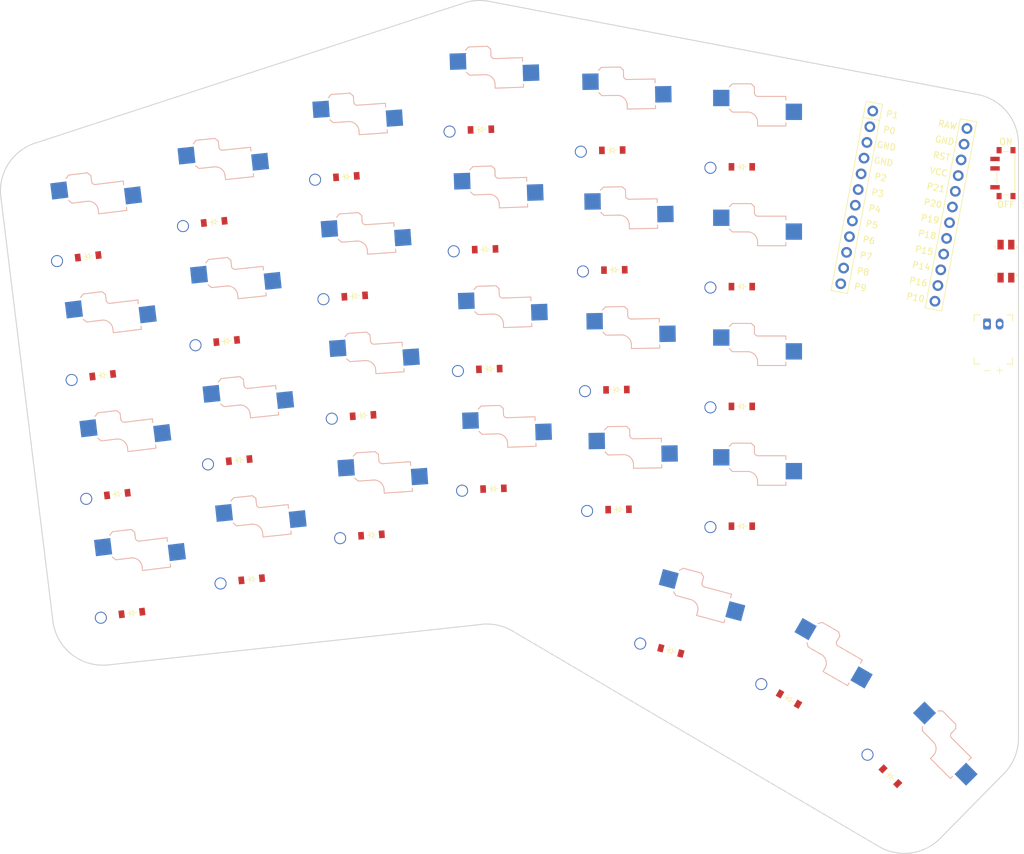
<source format=kicad_pcb>
(kicad_pcb (version 20240108) (generator "ergogen") (generator_version "4.1.0")
  (title_block (title "biggie-splays_choc_v2_left_unrouted") (date "2025-05-24") (rev "v1.0.0") (company "Unknown"))
  (layers (0 "F.Cu" signal) (31 "B.Cu" signal) (34 "B.Paste" user) (35 "F.Paste" user) (36 "B.SilkS" user "B.Silkscreen") (37 "F.SilkS" user "F.Silkscreen") (38 "B.Mask" user) (39 "F.Mask" user) (44 "Edge.Cuts" user))
  (net 0 "")
  (net 1 "stretch_bottom")
  (net 2 "GND")
  (net 3 "D1")
  (net 4 "D2")
  (net 5 "stretch_home")
  (net 6 "stretch_high")
  (net 7 "stretch_num")
  (net 8 "pinky_bottom")
  (net 9 "pinky_home")
  (net 10 "pinky_high")
  (net 11 "pinky_num")
  (net 12 "ring_bottom")
  (net 13 "ring_home")
  (net 14 "ring_high")
  (net 15 "ring_num")
  (net 16 "middle_bottom")
  (net 17 "middle_home")
  (net 18 "middle_high")
  (net 19 "middle_num")
  (net 20 "index_bottom")
  (net 21 "index_home")
  (net 22 "index_high")
  (net 23 "index_num")
  (net 24 "inner_bottom")
  (net 25 "inner_home")
  (net 26 "inner_high")
  (net 27 "inner_num")
  (net 28 "near_fan")
  (net 29 "mid_fan")
  (net 30 "far_fan")
  (net 31 "D6")
  (net 32 "D4")
  (net 33 "D0")
  (net 34 "D9")
  (net 35 "RAW")
  (net 36 "RST")
  (net 37 "VCC")
  (net 38 "P21")
  (net 39 "P20")
  (net 40 "P19")
  (net 41 "P18")
  (net 42 "P15")
  (net 43 "P14")
  (net 44 "P16")
  (net 45 "P10")
  (net 46 "P1")
  (net 47 "P0")
  (net 48 "P2")
  (net 49 "P3")
  (net 50 "P4")
  (net 51 "P5")
  (net 52 "P6")
  (net 53 "P7")
  (net 54 "P8")
  (net 55 "P9")
  (net 56 "P101")
  (net 57 "P102")
  (net 58 "P107")
  (net 59 "MCU1_24")
  (net 60 "MCU1_1")
  (net 61 "MCU1_23")
  (net 62 "MCU1_2")
  (net 63 "MCU1_22")
  (net 64 "MCU1_3")
  (net 65 "MCU1_21")
  (net 66 "MCU1_4")
  (net 67 "MCU1_20")
  (net 68 "MCU1_5")
  (net 69 "MCU1_19")
  (net 70 "MCU1_6")
  (net 71 "MCU1_18")
  (net 72 "MCU1_7")
  (net 73 "MCU1_17")
  (net 74 "MCU1_8")
  (net 75 "MCU1_16")
  (net 76 "MCU1_9")
  (net 77 "MCU1_15")
  (net 78 "MCU1_10")
  (net 79 "MCU1_14")
  (net 80 "MCU1_11")
  (net 81 "MCU1_13")
  (net 82 "MCU1_12")
  (net 83 "BAT_P")
  (net 84 "JST1_1")
  (net 85 "JST1_2")
  (footprint "ceoloide:switch_choc_v1_v2" (layer "B.Cu") (at 79.051864 151.4952237 7)
    (property "Reference" "S1" hide)
    (pad "" np_thru_hole circle (at 0 0 7) (size 5 5) (drill 5) (layers "*.Cu" "*.Mask"))
    (pad "" np_thru_hole circle (at 5.5 0 7) (size 1.9 1.9) (drill 1.9) (layers "*.Cu" "*.Mask"))
    (pad "" np_thru_hole circle (at -5.5 0 7) (size 1.9 1.9) (drill 1.9) (layers "*.Cu" "*.Mask"))
    (pad "" thru_hole circle (at -5.00 5.15 7) (size 1.9 1.9) (drill 1.6) (layers "*.Cu" "*.Mask"))
    (pad "" np_thru_hole circle (at 0 -5.95 7) (size 3 3) (drill 3) (layers "*.Cu" "*.Mask"))
    (pad "1" smd rect (at -3.275 -5.95 7) (size 2.6 2.6) (layers "B.Cu" "B.Paste" "B.Mask") (net 0 ""))
    (pad "2" smd rect (at 8.275 -3.75 7) (size 2.6 2.6) (layers "B.Cu" "B.Paste" "B.Mask") (net 1 "stretch_bottom"))
    (pad "" np_thru_hole circle (at 5 -3.75 202) (size 3 3) (drill 3) (layers "*.Cu" "*.Mask"))
  )
  (footprint "ceoloide:switch_choc_v1_v2" (layer "B.Cu") (at 76.7302531 132.5872195 7)
    (property "Reference" "S2" hide)
    (pad "" np_thru_hole circle (at 0 0 7) (size 5 5) (drill 5) (layers "*.Cu" "*.Mask"))
    (pad "" np_thru_hole circle (at 5.5 0 7) (size 1.9 1.9) (drill 1.9) (layers "*.Cu" "*.Mask"))
    (pad "" np_thru_hole circle (at -5.5 0 7) (size 1.9 1.9) (drill 1.9) (layers "*.Cu" "*.Mask"))
    (pad "" thru_hole circle (at -5.00 5.15 7) (size 1.9 1.9) (drill 1.6) (layers "*.Cu" "*.Mask"))
    (pad "" np_thru_hole circle (at 0 -5.95 7) (size 3 3) (drill 3) (layers "*.Cu" "*.Mask"))
    (pad "1" smd rect (at -3.275 -5.95 7) (size 2.6 2.6) (layers "B.Cu" "B.Paste" "B.Mask") (net 0 ""))
    (pad "2" smd rect (at 8.275 -3.75 7) (size 2.6 2.6) (layers "B.Cu" "B.Paste" "B.Mask") (net 5 "stretch_home"))
    (pad "" np_thru_hole circle (at 5 -3.75 202) (size 3 3) (drill 3) (layers "*.Cu" "*.Mask"))
  )
  (footprint "ceoloide:switch_choc_v1_v2" (layer "B.Cu") (at 74.4086421 113.6792153 7)
    (property "Reference" "S3" hide)
    (pad "" np_thru_hole circle (at 0 0 7) (size 5 5) (drill 5) (layers "*.Cu" "*.Mask"))
    (pad "" np_thru_hole circle (at 5.5 0 7) (size 1.9 1.9) (drill 1.9) (layers "*.Cu" "*.Mask"))
    (pad "" np_thru_hole circle (at -5.5 0 7) (size 1.9 1.9) (drill 1.9) (layers "*.Cu" "*.Mask"))
    (pad "" thru_hole circle (at -5.00 5.15 7) (size 1.9 1.9) (drill 1.6) (layers "*.Cu" "*.Mask"))
    (pad "" np_thru_hole circle (at 0 -5.95 7) (size 3 3) (drill 3) (layers "*.Cu" "*.Mask"))
    (pad "1" smd rect (at -3.275 -5.95 7) (size 2.6 2.6) (layers "B.Cu" "B.Paste" "B.Mask") (net 0 ""))
    (pad "2" smd rect (at 8.275 -3.75 7) (size 2.6 2.6) (layers "B.Cu" "B.Paste" "B.Mask") (net 6 "stretch_high"))
    (pad "" np_thru_hole circle (at 5 -3.75 202) (size 3 3) (drill 3) (layers "*.Cu" "*.Mask"))
  )
  (footprint "ceoloide:switch_choc_v1_v2" (layer "B.Cu") (at 72.0870311 94.7712111 7)
    (property "Reference" "S4" hide)
    (pad "" np_thru_hole circle (at 0 0 7) (size 5 5) (drill 5) (layers "*.Cu" "*.Mask"))
    (pad "" np_thru_hole circle (at 5.5 0 7) (size 1.9 1.9) (drill 1.9) (layers "*.Cu" "*.Mask"))
    (pad "" np_thru_hole circle (at -5.5 0 7) (size 1.9 1.9) (drill 1.9) (layers "*.Cu" "*.Mask"))
    (pad "" thru_hole circle (at -5.00 5.15 7) (size 1.9 1.9) (drill 1.6) (layers "*.Cu" "*.Mask"))
    (pad "" np_thru_hole circle (at 0 -5.95 7) (size 3 3) (drill 3) (layers "*.Cu" "*.Mask"))
    (pad "1" smd rect (at -3.275 -5.95 7) (size 2.6 2.6) (layers "B.Cu" "B.Paste" "B.Mask") (net 0 ""))
    (pad "2" smd rect (at 8.275 -3.75 7) (size 2.6 2.6) (layers "B.Cu" "B.Paste" "B.Mask") (net 7 "stretch_num"))
    (pad "" np_thru_hole circle (at 5 -3.75 202) (size 3 3) (drill 3) (layers "*.Cu" "*.Mask"))
  )
  (footprint "ceoloide:switch_choc_v1_v2" (layer "B.Cu") (at 98.1897879 146.1228526 6)
    (property "Reference" "S5" hide)
    (pad "" np_thru_hole circle (at 0 0 6) (size 5 5) (drill 5) (layers "*.Cu" "*.Mask"))
    (pad "" np_thru_hole circle (at 5.5 0 6) (size 1.9 1.9) (drill 1.9) (layers "*.Cu" "*.Mask"))
    (pad "" np_thru_hole circle (at -5.5 0 6) (size 1.9 1.9) (drill 1.9) (layers "*.Cu" "*.Mask"))
    (pad "" thru_hole circle (at -5.00 5.15 6) (size 1.9 1.9) (drill 1.6) (layers "*.Cu" "*.Mask"))
    (pad "" np_thru_hole circle (at 0 -5.95 6) (size 3 3) (drill 3) (layers "*.Cu" "*.Mask"))
    (pad "1" smd rect (at -3.275 -5.95 6) (size 2.6 2.6) (layers "B.Cu" "B.Paste" "B.Mask") (net 0 ""))
    (pad "2" smd rect (at 8.275 -3.75 6) (size 2.6 2.6) (layers "B.Cu" "B.Paste" "B.Mask") (net 8 "pinky_bottom"))
    (pad "" np_thru_hole circle (at 5 -3.75 201) (size 3 3) (drill 3) (layers "*.Cu" "*.Mask"))
  )
  (footprint "ceoloide:switch_choc_v1_v2" (layer "B.Cu") (at 96.1985206 127.1772105 6)
    (property "Reference" "S6" hide)
    (pad "" np_thru_hole circle (at 0 0 6) (size 5 5) (drill 5) (layers "*.Cu" "*.Mask"))
    (pad "" np_thru_hole circle (at 5.5 0 6) (size 1.9 1.9) (drill 1.9) (layers "*.Cu" "*.Mask"))
    (pad "" np_thru_hole circle (at -5.5 0 6) (size 1.9 1.9) (drill 1.9) (layers "*.Cu" "*.Mask"))
    (pad "" thru_hole circle (at -5.00 5.15 6) (size 1.9 1.9) (drill 1.6) (layers "*.Cu" "*.Mask"))
    (pad "" np_thru_hole circle (at 0 -5.95 6) (size 3 3) (drill 3) (layers "*.Cu" "*.Mask"))
    (pad "1" smd rect (at -3.275 -5.95 6) (size 2.6 2.6) (layers "B.Cu" "B.Paste" "B.Mask") (net 0 ""))
    (pad "2" smd rect (at 8.275 -3.75 6) (size 2.6 2.6) (layers "B.Cu" "B.Paste" "B.Mask") (net 9 "pinky_home"))
    (pad "" np_thru_hole circle (at 5 -3.75 201) (size 3 3) (drill 3) (layers "*.Cu" "*.Mask"))
  )
  (footprint "ceoloide:switch_choc_v1_v2" (layer "B.Cu") (at 94.2072534 108.2315684 6)
    (property "Reference" "S7" hide)
    (pad "" np_thru_hole circle (at 0 0 6) (size 5 5) (drill 5) (layers "*.Cu" "*.Mask"))
    (pad "" np_thru_hole circle (at 5.5 0 6) (size 1.9 1.9) (drill 1.9) (layers "*.Cu" "*.Mask"))
    (pad "" np_thru_hole circle (at -5.5 0 6) (size 1.9 1.9) (drill 1.9) (layers "*.Cu" "*.Mask"))
    (pad "" thru_hole circle (at -5.00 5.15 6) (size 1.9 1.9) (drill 1.6) (layers "*.Cu" "*.Mask"))
    (pad "" np_thru_hole circle (at 0 -5.95 6) (size 3 3) (drill 3) (layers "*.Cu" "*.Mask"))
    (pad "1" smd rect (at -3.275 -5.95 6) (size 2.6 2.6) (layers "B.Cu" "B.Paste" "B.Mask") (net 0 ""))
    (pad "2" smd rect (at 8.275 -3.75 6) (size 2.6 2.6) (layers "B.Cu" "B.Paste" "B.Mask") (net 10 "pinky_high"))
    (pad "" np_thru_hole circle (at 5 -3.75 201) (size 3 3) (drill 3) (layers "*.Cu" "*.Mask"))
  )
  (footprint "ceoloide:switch_choc_v1_v2" (layer "B.Cu") (at 92.2159861 89.2859263 6)
    (property "Reference" "S8" hide)
    (pad "" np_thru_hole circle (at 0 0 6) (size 5 5) (drill 5) (layers "*.Cu" "*.Mask"))
    (pad "" np_thru_hole circle (at 5.5 0 6) (size 1.9 1.9) (drill 1.9) (layers "*.Cu" "*.Mask"))
    (pad "" np_thru_hole circle (at -5.5 0 6) (size 1.9 1.9) (drill 1.9) (layers "*.Cu" "*.Mask"))
    (pad "" thru_hole circle (at -5.00 5.15 6) (size 1.9 1.9) (drill 1.6) (layers "*.Cu" "*.Mask"))
    (pad "" np_thru_hole circle (at 0 -5.95 6) (size 3 3) (drill 3) (layers "*.Cu" "*.Mask"))
    (pad "1" smd rect (at -3.275 -5.95 6) (size 2.6 2.6) (layers "B.Cu" "B.Paste" "B.Mask") (net 0 ""))
    (pad "2" smd rect (at 8.275 -3.75 6) (size 2.6 2.6) (layers "B.Cu" "B.Paste" "B.Mask") (net 11 "pinky_num"))
    (pad "" np_thru_hole circle (at 5 -3.75 201) (size 3 3) (drill 3) (layers "*.Cu" "*.Mask"))
  )
  (footprint "ceoloide:switch_choc_v1_v2" (layer "B.Cu") (at 117.4084052 139.0753531 4)
    (property "Reference" "S9" hide)
    (pad "" np_thru_hole circle (at 0 0 4) (size 5 5) (drill 5) (layers "*.Cu" "*.Mask"))
    (pad "" np_thru_hole circle (at 5.5 0 4) (size 1.9 1.9) (drill 1.9) (layers "*.Cu" "*.Mask"))
    (pad "" np_thru_hole circle (at -5.5 0 4) (size 1.9 1.9) (drill 1.9) (layers "*.Cu" "*.Mask"))
    (pad "" thru_hole circle (at -5.00 5.15 4) (size 1.9 1.9) (drill 1.6) (layers "*.Cu" "*.Mask"))
    (pad "" np_thru_hole circle (at 0 -5.95 4) (size 3 3) (drill 3) (layers "*.Cu" "*.Mask"))
    (pad "1" smd rect (at -3.275 -5.95 4) (size 2.6 2.6) (layers "B.Cu" "B.Paste" "B.Mask") (net 0 ""))
    (pad "2" smd rect (at 8.275 -3.75 4) (size 2.6 2.6) (layers "B.Cu" "B.Paste" "B.Mask") (net 12 "ring_bottom"))
    (pad "" np_thru_hole circle (at 5 -3.75 199) (size 3 3) (drill 3) (layers "*.Cu" "*.Mask"))
  )
  (footprint "ceoloide:switch_choc_v1_v2" (layer "B.Cu") (at 116.0795444 120.071758 4)
    (property "Reference" "S10" hide)
    (pad "" np_thru_hole circle (at 0 0 4) (size 5 5) (drill 5) (layers "*.Cu" "*.Mask"))
    (pad "" np_thru_hole circle (at 5.5 0 4) (size 1.9 1.9) (drill 1.9) (layers "*.Cu" "*.Mask"))
    (pad "" np_thru_hole circle (at -5.5 0 4) (size 1.9 1.9) (drill 1.9) (layers "*.Cu" "*.Mask"))
    (pad "" thru_hole circle (at -5.00 5.15 4) (size 1.9 1.9) (drill 1.6) (layers "*.Cu" "*.Mask"))
    (pad "" np_thru_hole circle (at 0 -5.95 4) (size 3 3) (drill 3) (layers "*.Cu" "*.Mask"))
    (pad "1" smd rect (at -3.275 -5.95 4) (size 2.6 2.6) (layers "B.Cu" "B.Paste" "B.Mask") (net 0 ""))
    (pad "2" smd rect (at 8.275 -3.75 4) (size 2.6 2.6) (layers "B.Cu" "B.Paste" "B.Mask") (net 13 "ring_home"))
    (pad "" np_thru_hole circle (at 5 -3.75 199) (size 3 3) (drill 3) (layers "*.Cu" "*.Mask"))
  )
  (footprint "ceoloide:switch_choc_v1_v2" (layer "B.Cu") (at 114.7506836 101.0681629 4)
    (property "Reference" "S11" hide)
    (pad "" np_thru_hole circle (at 0 0 4) (size 5 5) (drill 5) (layers "*.Cu" "*.Mask"))
    (pad "" np_thru_hole circle (at 5.5 0 4) (size 1.9 1.9) (drill 1.9) (layers "*.Cu" "*.Mask"))
    (pad "" np_thru_hole circle (at -5.5 0 4) (size 1.9 1.9) (drill 1.9) (layers "*.Cu" "*.Mask"))
    (pad "" thru_hole circle (at -5.00 5.15 4) (size 1.9 1.9) (drill 1.6) (layers "*.Cu" "*.Mask"))
    (pad "" np_thru_hole circle (at 0 -5.95 4) (size 3 3) (drill 3) (layers "*.Cu" "*.Mask"))
    (pad "1" smd rect (at -3.275 -5.95 4) (size 2.6 2.6) (layers "B.Cu" "B.Paste" "B.Mask") (net 0 ""))
    (pad "2" smd rect (at 8.275 -3.75 4) (size 2.6 2.6) (layers "B.Cu" "B.Paste" "B.Mask") (net 14 "ring_high"))
    (pad "" np_thru_hole circle (at 5 -3.75 199) (size 3 3) (drill 3) (layers "*.Cu" "*.Mask"))
  )
  (footprint "ceoloide:switch_choc_v1_v2" (layer "B.Cu") (at 113.4218229 82.0645678 4)
    (property "Reference" "S12" hide)
    (pad "" np_thru_hole circle (at 0 0 4) (size 5 5) (drill 5) (layers "*.Cu" "*.Mask"))
    (pad "" np_thru_hole circle (at 5.5 0 4) (size 1.9 1.9) (drill 1.9) (layers "*.Cu" "*.Mask"))
    (pad "" np_thru_hole circle (at -5.5 0 4) (size 1.9 1.9) (drill 1.9) (layers "*.Cu" "*.Mask"))
    (pad "" thru_hole circle (at -5.00 5.15 4) (size 1.9 1.9) (drill 1.6) (layers "*.Cu" "*.Mask"))
    (pad "" np_thru_hole circle (at 0 -5.95 4) (size 3 3) (drill 3) (layers "*.Cu" "*.Mask"))
    (pad "1" smd rect (at -3.275 -5.95 4) (size 2.6 2.6) (layers "B.Cu" "B.Paste" "B.Mask") (net 0 ""))
    (pad "2" smd rect (at 8.275 -3.75 4) (size 2.6 2.6) (layers "B.Cu" "B.Paste" "B.Mask") (net 15 "ring_num"))
    (pad "" np_thru_hole circle (at 5 -3.75 199) (size 3 3) (drill 3) (layers "*.Cu" "*.Mask"))
  )
  (footprint "ceoloide:switch_choc_v1_v2" (layer "B.Cu") (at 136.9910256 131.6913515 2)
    (property "Reference" "S13" hide)
    (pad "" np_thru_hole circle (at 0 0 2) (size 5 5) (drill 5) (layers "*.Cu" "*.Mask"))
    (pad "" np_thru_hole circle (at 5.5 0 2) (size 1.9 1.9) (drill 1.9) (layers "*.Cu" "*.Mask"))
    (pad "" np_thru_hole circle (at -5.5 0 2) (size 1.9 1.9) (drill 1.9) (layers "*.Cu" "*.Mask"))
    (pad "" thru_hole circle (at -5.00 5.15 2) (size 1.9 1.9) (drill 1.6) (layers "*.Cu" "*.Mask"))
    (pad "" np_thru_hole circle (at 0 -5.95 2) (size 3 3) (drill 3) (layers "*.Cu" "*.Mask"))
    (pad "1" smd rect (at -3.275 -5.95 2) (size 2.6 2.6) (layers "B.Cu" "B.Paste" "B.Mask") (net 0 ""))
    (pad "2" smd rect (at 8.275 -3.75 2) (size 2.6 2.6) (layers "B.Cu" "B.Paste" "B.Mask") (net 16 "middle_bottom"))
    (pad "" np_thru_hole circle (at 5 -3.75 197) (size 3 3) (drill 3) (layers "*.Cu" "*.Mask"))
  )
  (footprint "ceoloide:switch_choc_v1_v2" (layer "B.Cu") (at 136.3261902 112.6529563 2)
    (property "Reference" "S14" hide)
    (pad "" np_thru_hole circle (at 0 0 2) (size 5 5) (drill 5) (layers "*.Cu" "*.Mask"))
    (pad "" np_thru_hole circle (at 5.5 0 2) (size 1.9 1.9) (drill 1.9) (layers "*.Cu" "*.Mask"))
    (pad "" np_thru_hole circle (at -5.5 0 2) (size 1.9 1.9) (drill 1.9) (layers "*.Cu" "*.Mask"))
    (pad "" thru_hole circle (at -5.00 5.15 2) (size 1.9 1.9) (drill 1.6) (layers "*.Cu" "*.Mask"))
    (pad "" np_thru_hole circle (at 0 -5.95 2) (size 3 3) (drill 3) (layers "*.Cu" "*.Mask"))
    (pad "1" smd rect (at -3.275 -5.95 2) (size 2.6 2.6) (layers "B.Cu" "B.Paste" "B.Mask") (net 0 ""))
    (pad "2" smd rect (at 8.275 -3.75 2) (size 2.6 2.6) (layers "B.Cu" "B.Paste" "B.Mask") (net 17 "middle_home"))
    (pad "" np_thru_hole circle (at 5 -3.75 197) (size 3 3) (drill 3) (layers "*.Cu" "*.Mask"))
  )
  (footprint "ceoloide:switch_choc_v1_v2" (layer "B.Cu") (at 135.6613548 93.614561 2)
    (property "Reference" "S15" hide)
    (pad "" np_thru_hole circle (at 0 0 2) (size 5 5) (drill 5) (layers "*.Cu" "*.Mask"))
    (pad "" np_thru_hole circle (at 5.5 0 2) (size 1.9 1.9) (drill 1.9) (layers "*.Cu" "*.Mask"))
    (pad "" np_thru_hole circle (at -5.5 0 2) (size 1.9 1.9) (drill 1.9) (layers "*.Cu" "*.Mask"))
    (pad "" thru_hole circle (at -5.00 5.15 2) (size 1.9 1.9) (drill 1.6) (layers "*.Cu" "*.Mask"))
    (pad "" np_thru_hole circle (at 0 -5.95 2) (size 3 3) (drill 3) (layers "*.Cu" "*.Mask"))
    (pad "1" smd rect (at -3.275 -5.95 2) (size 2.6 2.6) (layers "B.Cu" "B.Paste" "B.Mask") (net 0 ""))
    (pad "2" smd rect (at 8.275 -3.75 2) (size 2.6 2.6) (layers "B.Cu" "B.Paste" "B.Mask") (net 18 "middle_high"))
    (pad "" np_thru_hole circle (at 5 -3.75 197) (size 3 3) (drill 3) (layers "*.Cu" "*.Mask"))
  )
  (footprint "ceoloide:switch_choc_v1_v2" (layer "B.Cu") (at 134.9965193 74.5761658 2)
    (property "Reference" "S16" hide)
    (pad "" np_thru_hole circle (at 0 0 2) (size 5 5) (drill 5) (layers "*.Cu" "*.Mask"))
    (pad "" np_thru_hole circle (at 5.5 0 2) (size 1.9 1.9) (drill 1.9) (layers "*.Cu" "*.Mask"))
    (pad "" np_thru_hole circle (at -5.5 0 2) (size 1.9 1.9) (drill 1.9) (layers "*.Cu" "*.Mask"))
    (pad "" thru_hole circle (at -5.00 5.15 2) (size 1.9 1.9) (drill 1.6) (layers "*.Cu" "*.Mask"))
    (pad "" np_thru_hole circle (at 0 -5.95 2) (size 3 3) (drill 3) (layers "*.Cu" "*.Mask"))
    (pad "1" smd rect (at -3.275 -5.95 2) (size 2.6 2.6) (layers "B.Cu" "B.Paste" "B.Mask") (net 0 ""))
    (pad "2" smd rect (at 8.275 -3.75 2) (size 2.6 2.6) (layers "B.Cu" "B.Paste" "B.Mask") (net 19 "middle_num"))
    (pad "" np_thru_hole circle (at 5 -3.75 197) (size 3 3) (drill 3) (layers "*.Cu" "*.Mask"))
  )
  (footprint "ceoloide:switch_choc_v1_v2" (layer "B.Cu") (at 156.9685314 134.9961598 1)
    (property "Reference" "S17" hide)
    (pad "" np_thru_hole circle (at 0 0 1) (size 5 5) (drill 5) (layers "*.Cu" "*.Mask"))
    (pad "" np_thru_hole circle (at 5.5 0 1) (size 1.9 1.9) (drill 1.9) (layers "*.Cu" "*.Mask"))
    (pad "" np_thru_hole circle (at -5.5 0 1) (size 1.9 1.9) (drill 1.9) (layers "*.Cu" "*.Mask"))
    (pad "" thru_hole circle (at -5.00 5.15 1) (size 1.9 1.9) (drill 1.6) (layers "*.Cu" "*.Mask"))
    (pad "" np_thru_hole circle (at 0 -5.95 1) (size 3 3) (drill 3) (layers "*.Cu" "*.Mask"))
    (pad "1" smd rect (at -3.275 -5.95 1) (size 2.6 2.6) (layers "B.Cu" "B.Paste" "B.Mask") (net 0 ""))
    (pad "2" smd rect (at 8.275 -3.75 1) (size 2.6 2.6) (layers "B.Cu" "B.Paste" "B.Mask") (net 20 "index_bottom"))
    (pad "" np_thru_hole circle (at 5 -3.75 196) (size 3 3) (drill 3) (layers "*.Cu" "*.Mask"))
  )
  (footprint "ceoloide:switch_choc_v1_v2" (layer "B.Cu") (at 156.636063 115.9490613 1)
    (property "Reference" "S18" hide)
    (pad "" np_thru_hole circle (at 0 0 1) (size 5 5) (drill 5) (layers "*.Cu" "*.Mask"))
    (pad "" np_thru_hole circle (at 5.5 0 1) (size 1.9 1.9) (drill 1.9) (layers "*.Cu" "*.Mask"))
    (pad "" np_thru_hole circle (at -5.5 0 1) (size 1.9 1.9) (drill 1.9) (layers "*.Cu" "*.Mask"))
    (pad "" thru_hole circle (at -5.00 5.15 1) (size 1.9 1.9) (drill 1.6) (layers "*.Cu" "*.Mask"))
    (pad "" np_thru_hole circle (at 0 -5.95 1) (size 3 3) (drill 3) (layers "*.Cu" "*.Mask"))
    (pad "1" smd rect (at -3.275 -5.95 1) (size 2.6 2.6) (layers "B.Cu" "B.Paste" "B.Mask") (net 0 ""))
    (pad "2" smd rect (at 8.275 -3.75 1) (size 2.6 2.6) (layers "B.Cu" "B.Paste" "B.Mask") (net 21 "index_home"))
    (pad "" np_thru_hole circle (at 5 -3.75 196) (size 3 3) (drill 3) (layers "*.Cu" "*.Mask"))
  )
  (footprint "ceoloide:switch_choc_v1_v2" (layer "B.Cu") (at 156.3035947 96.9019627 1)
    (property "Reference" "S19" hide)
    (pad "" np_thru_hole circle (at 0 0 1) (size 5 5) (drill 5) (layers "*.Cu" "*.Mask"))
    (pad "" np_thru_hole circle (at 5.5 0 1) (size 1.9 1.9) (drill 1.9) (layers "*.Cu" "*.Mask"))
    (pad "" np_thru_hole circle (at -5.5 0 1) (size 1.9 1.9) (drill 1.9) (layers "*.Cu" "*.Mask"))
    (pad "" thru_hole circle (at -5.00 5.15 1) (size 1.9 1.9) (drill 1.6) (layers "*.Cu" "*.Mask"))
    (pad "" np_thru_hole circle (at 0 -5.95 1) (size 3 3) (drill 3) (layers "*.Cu" "*.Mask"))
    (pad "1" smd rect (at -3.275 -5.95 1) (size 2.6 2.6) (layers "B.Cu" "B.Paste" "B.Mask") (net 0 ""))
    (pad "2" smd rect (at 8.275 -3.75 1) (size 2.6 2.6) (layers "B.Cu" "B.Paste" "B.Mask") (net 22 "index_high"))
    (pad "" np_thru_hole circle (at 5 -3.75 196) (size 3 3) (drill 3) (layers "*.Cu" "*.Mask"))
  )
  (footprint "ceoloide:switch_choc_v1_v2" (layer "B.Cu") (at 155.9711263 77.8548641 1)
    (property "Reference" "S20" hide)
    (pad "" np_thru_hole circle (at 0 0 1) (size 5 5) (drill 5) (layers "*.Cu" "*.Mask"))
    (pad "" np_thru_hole circle (at 5.5 0 1) (size 1.9 1.9) (drill 1.9) (layers "*.Cu" "*.Mask"))
    (pad "" np_thru_hole circle (at -5.5 0 1) (size 1.9 1.9) (drill 1.9) (layers "*.Cu" "*.Mask"))
    (pad "" thru_hole circle (at -5.00 5.15 1) (size 1.9 1.9) (drill 1.6) (layers "*.Cu" "*.Mask"))
    (pad "" np_thru_hole circle (at 0 -5.95 1) (size 3 3) (drill 3) (layers "*.Cu" "*.Mask"))
    (pad "1" smd rect (at -3.275 -5.95 1) (size 2.6 2.6) (layers "B.Cu" "B.Paste" "B.Mask") (net 0 ""))
    (pad "2" smd rect (at 8.275 -3.75 1) (size 2.6 2.6) (layers "B.Cu" "B.Paste" "B.Mask") (net 23 "index_num"))
    (pad "" np_thru_hole circle (at 5 -3.75 196) (size 3 3) (drill 3) (layers "*.Cu" "*.Mask"))
  )
  (footprint "ceoloide:switch_choc_v1_v2" (layer "B.Cu") (at 176.6678959 137.6527632 0)
    (property "Reference" "S21" hide)
    (pad "" np_thru_hole circle (at 0 0 0) (size 5 5) (drill 5) (layers "*.Cu" "*.Mask"))
    (pad "" np_thru_hole circle (at 5.5 0 0) (size 1.9 1.9) (drill 1.9) (layers "*.Cu" "*.Mask"))
    (pad "" np_thru_hole circle (at -5.5 0 0) (size 1.9 1.9) (drill 1.9) (layers "*.Cu" "*.Mask"))
    (pad "" thru_hole circle (at -5.00 5.15 0) (size 1.9 1.9) (drill 1.6) (layers "*.Cu" "*.Mask"))
    (pad "" np_thru_hole circle (at 0 -5.95 0) (size 3 3) (drill 3) (layers "*.Cu" "*.Mask"))
    (pad "1" smd rect (at -3.275 -5.95 0) (size 2.6 2.6) (layers "B.Cu" "B.Paste" "B.Mask") (net 0 ""))
    (pad "2" smd rect (at 8.275 -3.75 0) (size 2.6 2.6) (layers "B.Cu" "B.Paste" "B.Mask") (net 24 "inner_bottom"))
    (pad "" np_thru_hole circle (at 5 -3.75 195) (size 3 3) (drill 3) (layers "*.Cu" "*.Mask"))
  )
  (footprint "ceoloide:switch_choc_v1_v2" (layer "B.Cu") (at 176.6678959 118.6027631 0)
    (property "Reference" "S22" hide)
    (pad "" np_thru_hole circle (at 0 0 0) (size 5 5) (drill 5) (layers "*.Cu" "*.Mask"))
    (pad "" np_thru_hole circle (at 5.5 0 0) (size 1.9 1.9) (drill 1.9) (layers "*.Cu" "*.Mask"))
    (pad "" np_thru_hole circle (at -5.5 0 0) (size 1.9 1.9) (drill 1.9) (layers "*.Cu" "*.Mask"))
    (pad "" thru_hole circle (at -5.00 5.15 0) (size 1.9 1.9) (drill 1.6) (layers "*.Cu" "*.Mask"))
    (pad "" np_thru_hole circle (at 0 -5.95 0) (size 3 3) (drill 3) (layers "*.Cu" "*.Mask"))
    (pad "1" smd rect (at -3.275 -5.95 0) (size 2.6 2.6) (layers "B.Cu" "B.Paste" "B.Mask") (net 0 ""))
    (pad "2" smd rect (at 8.275 -3.75 0) (size 2.6 2.6) (layers "B.Cu" "B.Paste" "B.Mask") (net 25 "inner_home"))
    (pad "" np_thru_hole circle (at 5 -3.75 195) (size 3 3) (drill 3) (layers "*.Cu" "*.Mask"))
  )
  (footprint "ceoloide:switch_choc_v1_v2" (layer "B.Cu") (at 176.6678959 99.5527631 0)
    (property "Reference" "S23" hide)
    (pad "" np_thru_hole circle (at 0 0 0) (size 5 5) (drill 5) (layers "*.Cu" "*.Mask"))
    (pad "" np_thru_hole circle (at 5.5 0 0) (size 1.9 1.9) (drill 1.9) (layers "*.Cu" "*.Mask"))
    (pad "" np_thru_hole circle (at -5.5 0 0) (size 1.9 1.9) (drill 1.9) (layers "*.Cu" "*.Mask"))
    (pad "" thru_hole circle (at -5.00 5.15 0) (size 1.9 1.9) (drill 1.6) (layers "*.Cu" "*.Mask"))
    (pad "" np_thru_hole circle (at 0 -5.95 0) (size 3 3) (drill 3) (layers "*.Cu" "*.Mask"))
    (pad "1" smd rect (at -3.275 -5.95 0) (size 2.6 2.6) (layers "B.Cu" "B.Paste" "B.Mask") (net 0 ""))
    (pad "2" smd rect (at 8.275 -3.75 0) (size 2.6 2.6) (layers "B.Cu" "B.Paste" "B.Mask") (net 26 "inner_high"))
    (pad "" np_thru_hole circle (at 5 -3.75 195) (size 3 3) (drill 3) (layers "*.Cu" "*.Mask"))
  )
  (footprint "ceoloide:switch_choc_v1_v2" (layer "B.Cu") (at 176.6678959 80.5027631 0)
    (property "Reference" "S24" hide)
    (pad "" np_thru_hole circle (at 0 0 0) (size 5 5) (drill 5) (layers "*.Cu" "*.Mask"))
    (pad "" np_thru_hole circle (at 5.5 0 0) (size 1.9 1.9) (drill 1.9) (layers "*.Cu" "*.Mask"))
    (pad "" np_thru_hole circle (at -5.5 0 0) (size 1.9 1.9) (drill 1.9) (layers "*.Cu" "*.Mask"))
    (pad "" thru_hole circle (at -5.00 5.15 0) (size 1.9 1.9) (drill 1.6) (layers "*.Cu" "*.Mask"))
    (pad "" np_thru_hole circle (at 0 -5.95 0) (size 3 3) (drill 3) (layers "*.Cu" "*.Mask"))
    (pad "1" smd rect (at -3.275 -5.95 0) (size 2.6 2.6) (layers "B.Cu" "B.Paste" "B.Mask") (net 0 ""))
    (pad "2" smd rect (at 8.275 -3.75 0) (size 2.6 2.6) (layers "B.Cu" "B.Paste" "B.Mask") (net 27 "inner_num"))
    (pad "" np_thru_hole circle (at 5 -3.75 195) (size 3 3) (drill 3) (layers "*.Cu" "*.Mask"))
  )
  (footprint "ceoloide:switch_choc_v1_v2" (layer "B.Cu") (at 166.6678959 157.6527632 -15)
    (property "Reference" "S25" hide)
    (pad "" np_thru_hole circle (at 0 0 -15) (size 5 5) (drill 5) (layers "*.Cu" "*.Mask"))
    (pad "" np_thru_hole circle (at 5.5 0 -15) (size 1.9 1.9) (drill 1.9) (layers "*.Cu" "*.Mask"))
    (pad "" np_thru_hole circle (at -5.5 0 -15) (size 1.9 1.9) (drill 1.9) (layers "*.Cu" "*.Mask"))
    (pad "" thru_hole circle (at -5.00 5.15 -15) (size 1.9 1.9) (drill 1.6) (layers "*.Cu" "*.Mask"))
    (pad "" np_thru_hole circle (at 0 -5.95 -15) (size 3 3) (drill 3) (layers "*.Cu" "*.Mask"))
    (pad "1" smd rect (at -3.275 -5.95 -15) (size 2.6 2.6) (layers "B.Cu" "B.Paste" "B.Mask") (net 0 ""))
    (pad "2" smd rect (at 8.275 -3.75 -15) (size 2.6 2.6) (layers "B.Cu" "B.Paste" "B.Mask") (net 28 "near_fan"))
    (pad "" np_thru_hole circle (at 5 -3.75 180) (size 3 3) (drill 3) (layers "*.Cu" "*.Mask"))
  )
  (footprint "ceoloide:switch_choc_v1_v2" (layer "B.Cu") (at 186.666859 165.8153168 -30)
    (property "Reference" "S26" hide)
    (pad "" np_thru_hole circle (at 0 0 -30) (size 5 5) (drill 5) (layers "*.Cu" "*.Mask"))
    (pad "" np_thru_hole circle (at 5.5 0 -30) (size 1.9 1.9) (drill 1.9) (layers "*.Cu" "*.Mask"))
    (pad "" np_thru_hole circle (at -5.5 0 -30) (size 1.9 1.9) (drill 1.9) (layers "*.Cu" "*.Mask"))
    (pad "" thru_hole circle (at -5.00 5.15 -30) (size 1.9 1.9) (drill 1.6) (layers "*.Cu" "*.Mask"))
    (pad "" np_thru_hole circle (at 0 -5.95 -30) (size 3 3) (drill 3) (layers "*.Cu" "*.Mask"))
    (pad "1" smd rect (at -3.275 -5.95 -30) (size 2.6 2.6) (layers "B.Cu" "B.Paste" "B.Mask") (net 0 ""))
    (pad "2" smd rect (at 8.275 -3.75 -30) (size 2.6 2.6) (layers "B.Cu" "B.Paste" "B.Mask") (net 29 "mid_fan"))
    (pad "" np_thru_hole circle (at 5 -3.75 165) (size 3 3) (drill 3) (layers "*.Cu" "*.Mask"))
  )
  (footprint "ceoloide:switch_choc_v1_v2" (layer "B.Cu") (at 203.8293085 178.896491 -45)
    (property "Reference" "S27" hide)
    (pad "" np_thru_hole circle (at 0 0 -45) (size 5 5) (drill 5) (layers "*.Cu" "*.Mask"))
    (pad "" np_thru_hole circle (at 5.5 0 -45) (size 1.9 1.9) (drill 1.9) (layers "*.Cu" "*.Mask"))
    (pad "" np_thru_hole circle (at -5.5 0 -45) (size 1.9 1.9) (drill 1.9) (layers "*.Cu" "*.Mask"))
    (pad "" thru_hole circle (at -5.00 5.15 -45) (size 1.9 1.9) (drill 1.6) (layers "*.Cu" "*.Mask"))
    (pad "" np_thru_hole circle (at 0 -5.95 -45) (size 3 3) (drill 3) (layers "*.Cu" "*.Mask"))
    (pad "1" smd rect (at -3.275 -5.95 -45) (size 2.6 2.6) (layers "B.Cu" "B.Paste" "B.Mask") (net 0 ""))
    (pad "2" smd rect (at 8.275 -3.75 -45) (size 2.6 2.6) (layers "B.Cu" "B.Paste" "B.Mask") (net 30 "far_fan"))
    (pad "" np_thru_hole circle (at 5 -3.75 150) (size 3 3) (drill 3) (layers "*.Cu" "*.Mask"))
  )
  (footprint "ceoloide:diode_tht_sod123" (layer "F.Cu") (at 79.6612107 156.4579545 7)
    (property "Reference" "D1" hide)
    (pad "1" smd rect (at -1.65 0 7) (size 0.9 1.2) (layers "F.Cu" "F.Paste" "F.Mask") (net 31 "D6"))
    (pad "2" smd rect (at 1.65 0 7) (size 0.9 1.2) (layers "F.Cu" "F.Paste" "F.Mask") (net 1 "stretch_bottom"))
  )
  (footprint "ceoloide:diode_tht_sod123" (layer "F.Cu") (at 77.3395998 137.5499503 7)
    (property "Reference" "D2" hide)
    (pad "1" smd rect (at -1.65 0 7) (size 0.9 1.2) (layers "F.Cu" "F.Paste" "F.Mask") (net 32 "D4"))
    (pad "2" smd rect (at 1.65 0 7) (size 0.9 1.2) (layers "F.Cu" "F.Paste" "F.Mask") (net 5 "stretch_home"))
  )
  (footprint "ceoloide:diode_tht_sod123" (layer "F.Cu") (at 75.0179888 118.6419461 7)
    (property "Reference" "D3" hide)
    (pad "1" smd rect (at -1.65 0 7) (size 0.9 1.2) (layers "F.Cu" "F.Paste" "F.Mask") (net 4 "D2"))
    (pad "2" smd rect (at 1.65 0 7) (size 0.9 1.2) (layers "F.Cu" "F.Paste" "F.Mask") (net 6 "stretch_high"))
  )
  (footprint "ceoloide:diode_tht_sod123" (layer "F.Cu") (at 72.69637780000001 99.7339419 7)
    (property "Reference" "D4" hide)
    (pad "1" smd rect (at -1.65 0 7) (size 0.9 1.2) (layers "F.Cu" "F.Paste" "F.Mask") (net 33 "D0"))
    (pad "2" smd rect (at 1.65 0 7) (size 0.9 1.2) (layers "F.Cu" "F.Paste" "F.Mask") (net 7 "stretch_num"))
  )
  (footprint "ceoloide:diode_tht_sod123" (layer "F.Cu") (at 98.7124302 151.0954621 6)
    (property "Reference" "D5" hide)
    (pad "1" smd rect (at -1.65 0 6) (size 0.9 1.2) (layers "F.Cu" "F.Paste" "F.Mask") (net 31 "D6"))
    (pad "2" smd rect (at 1.65 0 6) (size 0.9 1.2) (layers "F.Cu" "F.Paste" "F.Mask") (net 8 "pinky_bottom"))
  )
  (footprint "ceoloide:diode_tht_sod123" (layer "F.Cu") (at 96.7211629 132.14982 6)
    (property "Reference" "D6" hide)
    (pad "1" smd rect (at -1.65 0 6) (size 0.9 1.2) (layers "F.Cu" "F.Paste" "F.Mask") (net 32 "D4"))
    (pad "2" smd rect (at 1.65 0 6) (size 0.9 1.2) (layers "F.Cu" "F.Paste" "F.Mask") (net 9 "pinky_home"))
  )
  (footprint "ceoloide:diode_tht_sod123" (layer "F.Cu") (at 94.7298957 113.2041779 6)
    (property "Reference" "D7" hide)
    (pad "1" smd rect (at -1.65 0 6) (size 0.9 1.2) (layers "F.Cu" "F.Paste" "F.Mask") (net 4 "D2"))
    (pad "2" smd rect (at 1.65 0 6) (size 0.9 1.2) (layers "F.Cu" "F.Paste" "F.Mask") (net 10 "pinky_high"))
  )
  (footprint "ceoloide:diode_tht_sod123" (layer "F.Cu") (at 92.7386284 94.2585358 6)
    (property "Reference" "D8" hide)
    (pad "1" smd rect (at -1.65 0 6) (size 0.9 1.2) (layers "F.Cu" "F.Paste" "F.Mask") (net 33 "D0"))
    (pad "2" smd rect (at 1.65 0 6) (size 0.9 1.2) (layers "F.Cu" "F.Paste" "F.Mask") (net 11 "pinky_num"))
  )
  (footprint "ceoloide:diode_tht_sod123" (layer "F.Cu") (at 117.75718760000001 144.0631734 4)
    (property "Reference" "D9" hide)
    (pad "1" smd rect (at -1.65 0 4) (size 0.9 1.2) (layers "F.Cu" "F.Paste" "F.Mask") (net 31 "D6"))
    (pad "2" smd rect (at 1.65 0 4) (size 0.9 1.2) (layers "F.Cu" "F.Paste" "F.Mask") (net 12 "ring_bottom"))
  )
  (footprint "ceoloide:diode_tht_sod123" (layer "F.Cu") (at 116.42832680000001 125.0595783 4)
    (property "Reference" "D10" hide)
    (pad "1" smd rect (at -1.65 0 4) (size 0.9 1.2) (layers "F.Cu" "F.Paste" "F.Mask") (net 32 "D4"))
    (pad "2" smd rect (at 1.65 0 4) (size 0.9 1.2) (layers "F.Cu" "F.Paste" "F.Mask") (net 13 "ring_home"))
  )
  (footprint "ceoloide:diode_tht_sod123" (layer "F.Cu") (at 115.099466 106.0559832 4)
    (property "Reference" "D11" hide)
    (pad "1" smd rect (at -1.65 0 4) (size 0.9 1.2) (layers "F.Cu" "F.Paste" "F.Mask") (net 4 "D2"))
    (pad "2" smd rect (at 1.65 0 4) (size 0.9 1.2) (layers "F.Cu" "F.Paste" "F.Mask") (net 14 "ring_high"))
  )
  (footprint "ceoloide:diode_tht_sod123" (layer "F.Cu") (at 113.7706053 87.0523881 4)
    (property "Reference" "D12" hide)
    (pad "1" smd rect (at -1.65 0 4) (size 0.9 1.2) (layers "F.Cu" "F.Paste" "F.Mask") (net 33 "D0"))
    (pad "2" smd rect (at 1.65 0 4) (size 0.9 1.2) (layers "F.Cu" "F.Paste" "F.Mask") (net 15 "ring_num"))
  )
  (footprint "ceoloide:diode_tht_sod123" (layer "F.Cu") (at 137.1655231 136.6883056 2)
    (property "Reference" "D13" hide)
    (pad "1" smd rect (at -1.65 0 2) (size 0.9 1.2) (layers "F.Cu" "F.Paste" "F.Mask") (net 31 "D6"))
    (pad "2" smd rect (at 1.65 0 2) (size 0.9 1.2) (layers "F.Cu" "F.Paste" "F.Mask") (net 16 "middle_bottom"))
  )
  (footprint "ceoloide:diode_tht_sod123" (layer "F.Cu") (at 136.50068770000001 117.6499104 2)
    (property "Reference" "D14" hide)
    (pad "1" smd rect (at -1.65 0 2) (size 0.9 1.2) (layers "F.Cu" "F.Paste" "F.Mask") (net 32 "D4"))
    (pad "2" smd rect (at 1.65 0 2) (size 0.9 1.2) (layers "F.Cu" "F.Paste" "F.Mask") (net 17 "middle_home"))
  )
  (footprint "ceoloide:diode_tht_sod123" (layer "F.Cu") (at 135.8358523 98.61151509999999 2)
    (property "Reference" "D15" hide)
    (pad "1" smd rect (at -1.65 0 2) (size 0.9 1.2) (layers "F.Cu" "F.Paste" "F.Mask") (net 4 "D2"))
    (pad "2" smd rect (at 1.65 0 2) (size 0.9 1.2) (layers "F.Cu" "F.Paste" "F.Mask") (net 18 "middle_high"))
  )
  (footprint "ceoloide:diode_tht_sod123" (layer "F.Cu") (at 135.1710168 79.5731199 2)
    (property "Reference" "D16" hide)
    (pad "1" smd rect (at -1.65 0 2) (size 0.9 1.2) (layers "F.Cu" "F.Paste" "F.Mask") (net 33 "D0"))
    (pad "2" smd rect (at 1.65 0 2) (size 0.9 1.2) (layers "F.Cu" "F.Paste" "F.Mask") (net 19 "middle_num"))
  )
  (footprint "ceoloide:diode_tht_sod123" (layer "F.Cu") (at 157.0557934 139.99539829999998 1)
    (property "Reference" "D17" hide)
    (pad "1" smd rect (at -1.65 0 1) (size 0.9 1.2) (layers "F.Cu" "F.Paste" "F.Mask") (net 31 "D6"))
    (pad "2" smd rect (at 1.65 0 1) (size 0.9 1.2) (layers "F.Cu" "F.Paste" "F.Mask") (net 20 "index_bottom"))
  )
  (footprint "ceoloide:diode_tht_sod123" (layer "F.Cu") (at 156.72332500000002 120.9482998 1)
    (property "Reference" "D18" hide)
    (pad "1" smd rect (at -1.65 0 1) (size 0.9 1.2) (layers "F.Cu" "F.Paste" "F.Mask") (net 32 "D4"))
    (pad "2" smd rect (at 1.65 0 1) (size 0.9 1.2) (layers "F.Cu" "F.Paste" "F.Mask") (net 21 "index_home"))
  )
  (footprint "ceoloide:diode_tht_sod123" (layer "F.Cu") (at 156.3908567 101.9012012 1)
    (property "Reference" "D19" hide)
    (pad "1" smd rect (at -1.65 0 1) (size 0.9 1.2) (layers "F.Cu" "F.Paste" "F.Mask") (net 4 "D2"))
    (pad "2" smd rect (at 1.65 0 1) (size 0.9 1.2) (layers "F.Cu" "F.Paste" "F.Mask") (net 22 "index_high"))
  )
  (footprint "ceoloide:diode_tht_sod123" (layer "F.Cu") (at 156.05838830000002 82.8541026 1)
    (property "Reference" "D20" hide)
    (pad "1" smd rect (at -1.65 0 1) (size 0.9 1.2) (layers "F.Cu" "F.Paste" "F.Mask") (net 33 "D0"))
    (pad "2" smd rect (at 1.65 0 1) (size 0.9 1.2) (layers "F.Cu" "F.Paste" "F.Mask") (net 23 "index_num"))
  )
  (footprint "ceoloide:diode_tht_sod123" (layer "F.Cu") (at 176.6678959 142.6527632 0)
    (property "Reference" "D21" hide)
    (pad "1" smd rect (at -1.65 0 0) (size 0.9 1.2) (layers "F.Cu" "F.Paste" "F.Mask") (net 31 "D6"))
    (pad "2" smd rect (at 1.65 0 0) (size 0.9 1.2) (layers "F.Cu" "F.Paste" "F.Mask") (net 24 "inner_bottom"))
  )
  (footprint "ceoloide:diode_tht_sod123" (layer "F.Cu") (at 176.6678959 123.6027631 0)
    (property "Reference" "D22" hide)
    (pad "1" smd rect (at -1.65 0 0) (size 0.9 1.2) (layers "F.Cu" "F.Paste" "F.Mask") (net 32 "D4"))
    (pad "2" smd rect (at 1.65 0 0) (size 0.9 1.2) (layers "F.Cu" "F.Paste" "F.Mask") (net 25 "inner_home"))
  )
  (footprint "ceoloide:diode_tht_sod123" (layer "F.Cu") (at 176.6678959 104.5527631 0)
    (property "Reference" "D23" hide)
    (pad "1" smd rect (at -1.65 0 0) (size 0.9 1.2) (layers "F.Cu" "F.Paste" "F.Mask") (net 4 "D2"))
    (pad "2" smd rect (at 1.65 0 0) (size 0.9 1.2) (layers "F.Cu" "F.Paste" "F.Mask") (net 26 "inner_high"))
  )
  (footprint "ceoloide:diode_tht_sod123" (layer "F.Cu") (at 176.6678959 85.5027631 0)
    (property "Reference" "D24" hide)
    (pad "1" smd rect (at -1.65 0 0) (size 0.9 1.2) (layers "F.Cu" "F.Paste" "F.Mask") (net 33 "D0"))
    (pad "2" smd rect (at 1.65 0 0) (size 0.9 1.2) (layers "F.Cu" "F.Paste" "F.Mask") (net 27 "inner_num"))
  )
  (footprint "ceoloide:diode_tht_sod123" (layer "F.Cu") (at 165.3738007 162.48239230000001 -15)
    (property "Reference" "D25" hide)
    (pad "1" smd rect (at -1.65 0 -15) (size 0.9 1.2) (layers "F.Cu" "F.Paste" "F.Mask") (net 34 "D9"))
    (pad "2" smd rect (at 1.65 0 -15) (size 0.9 1.2) (layers "F.Cu" "F.Paste" "F.Mask") (net 28 "near_fan"))
  )
  (footprint "ceoloide:diode_tht_sod123" (layer "F.Cu") (at 184.166859 170.1454438 -30)
    (property "Reference" "D26" hide)
    (pad "1" smd rect (at -1.65 0 -30) (size 0.9 1.2) (layers "F.Cu" "F.Paste" "F.Mask") (net 34 "D9"))
    (pad "2" smd rect (at 1.65 0 -30) (size 0.9 1.2) (layers "F.Cu" "F.Paste" "F.Mask") (net 29 "mid_fan"))
  )
  (footprint "ceoloide:diode_tht_sod123" (layer "F.Cu") (at 200.2937746 182.4320249 -45)
    (property "Reference" "D27" hide)
    (pad "1" smd rect (at -1.65 0 -45) (size 0.9 1.2) (layers "F.Cu" "F.Paste" "F.Mask") (net 34 "D9"))
    (pad "2" smd rect (at 1.65 0 -45) (size 0.9 1.2) (layers "F.Cu" "F.Paste" "F.Mask") (net 30 "far_fan"))
  )
  (footprint "ceoloide:mcu_nice_nano" (layer "F.Cu") (at 202.6678959 90.5027631 -10.5)
    (property "Reference" "MCU1" hide)
    (pad "24" thru_hole circle (at -7.62 -12.7 -10.5) (size 1.7 1.7) (drill 1) (layers "*.Cu" "*.Mask") (net 46 "P1"))
    (pad "1" thru_hole circle (at 7.62 -12.7 -10.5) (size 1.7 1.7) (drill 1) (layers "*.Cu" "*.Mask") (net 35 "RAW"))
    (fp_text user "P1" (at -4.47 -12.7 -10.5) (layer "F.SilkS"))
    (fp_text user "RAW" (at 4.47 -12.7 -10.5) (layer "F.SilkS"))
    (pad "23" thru_hole circle (at -7.62 -10.16 -10.5) (size 1.7 1.7) (drill 1) (layers "*.Cu" "*.Mask") (net 47 "P0"))
    (pad "2" thru_hole circle (at 7.62 -10.16 -10.5) (size 1.7 1.7) (drill 1) (layers "*.Cu" "*.Mask") (net 2 "GND"))
    (fp_text user "P0" (at -4.47 -10.16 -10.5) (layer "F.SilkS"))
    (fp_text user "GND" (at 4.47 -10.16 -10.5) (layer "F.SilkS"))
    (pad "22" thru_hole circle (at -7.62 -7.619999999999999 -10.5) (size 1.7 1.7) (drill 1) (layers "*.Cu" "*.Mask") (net 2 "GND"))
    (pad "3" thru_hole circle (at 7.62 -7.619999999999999 -10.5) (size 1.7 1.7) (drill 1) (layers "*.Cu" "*.Mask") (net 36 "RST"))
    (fp_text user "GND" (at -4.47 -7.619999999999999 -10.5) (layer "F.SilkS"))
    (fp_text user "RST" (at 4.47 -7.619999999999999 -10.5) (layer "F.SilkS"))
    (pad "21" thru_hole circle (at -7.62 -5.079999999999999 -10.5) (size 1.7 1.7) (drill 1) (layers "*.Cu" "*.Mask") (net 2 "GND"))
    (pad "4" thru_hole circle (at 7.62 -5.079999999999999 -10.5) (size 1.7 1.7) (drill 1) (layers "*.Cu" "*.Mask") (net 37 "VCC"))
    (fp_text user "GND" (at -4.47 -5.079999999999999 -10.5) (layer "F.SilkS"))
    (fp_text user "VCC" (at 4.47 -5.079999999999999 -10.5) (layer "F.SilkS"))
    (pad "20" thru_hole circle (at -7.62 -2.539999999999999 -10.5) (size 1.7 1.7) (drill 1) (layers "*.Cu" "*.Mask") (net 48 "P2"))
    (pad "5" thru_hole circle (at 7.62 -2.539999999999999 -10.5) (size 1.7 1.7) (drill 1) (layers "*.Cu" "*.Mask") (net 38 "P21"))
    (fp_text user "P2" (at -4.47 -2.539999999999999 -10.5) (layer "F.SilkS"))
    (fp_text user "P21" (at 4.47 -2.539999999999999 -10.5) (layer "F.SilkS"))
    (pad "19" thru_hole circle (at -7.62 0 -10.5) (size 1.7 1.7) (drill 1) (layers "*.Cu" "*.Mask") (net 49 "P3"))
    (pad "6" thru_hole circle (at 7.62 0 -10.5) (size 1.7 1.7) (drill 1) (layers "*.Cu" "*.Mask") (net 39 "P20"))
    (fp_text user "P3" (at -4.47 0 -10.5) (layer "F.SilkS"))
    (fp_text user "P20" (at 4.47 0 -10.5) (layer "F.SilkS"))
    (pad "18" thru_hole circle (at -7.62 2.540000000000001 -10.5) (size 1.7 1.7) (drill 1) (layers "*.Cu" "*.Mask") (net 50 "P4"))
    (pad "7" thru_hole circle (at 7.62 2.540000000000001 -10.5) (size 1.7 1.7) (drill 1) (layers "*.Cu" "*.Mask") (net 40 "P19"))
    (fp_text user "P4" (at -4.47 2.540000000000001 -10.5) (layer "F.SilkS"))
    (fp_text user "P19" (at 4.47 2.540000000000001 -10.5) (layer "F.SilkS"))
    (pad "17" thru_hole circle (at -7.62 5.080000000000002 -10.5) (size 1.7 1.7) (drill 1) (layers "*.Cu" "*.Mask") (net 51 "P5"))
    (pad "8" thru_hole circle (at 7.62 5.080000000000002 -10.5) (size 1.7 1.7) (drill 1) (layers "*.Cu" "*.Mask") (net 41 "P18"))
    (fp_text user "P5" (at -4.47 5.080000000000002 -10.5) (layer "F.SilkS"))
    (fp_text user "P18" (at 4.47 5.080000000000002 -10.5) (layer "F.SilkS"))
    (pad "16" thru_hole circle (at -7.62 7.620000000000001 -10.5) (size 1.7 1.7) (drill 1) (layers "*.Cu" "*.Mask") (net 52 "P6"))
    (pad "9" thru_hole circle (at 7.62 7.620000000000001 -10.5) (size 1.7 1.7) (drill 1) (layers "*.Cu" "*.Mask") (net 42 "P15"))
    (fp_text user "P6" (at -4.47 7.620000000000001 -10.5) (layer "F.SilkS"))
    (fp_text user "P15" (at 4.47 7.620000000000001 -10.5) (layer "F.SilkS"))
    (pad "15" thru_hole circle (at -7.62 10.16 -10.5) (size 1.7 1.7) (drill 1) (layers "*.Cu" "*.Mask") (net 53 "P7"))
    (pad "10" thru_hole circle (at 7.62 10.16 -10.5) (size 1.7 1.7) (drill 1) (layers "*.Cu" "*.Mask") (net 43 "P14"))
    (fp_text user "P7" (at -4.47 10.16 -10.5) (layer "F.SilkS"))
    (fp_text user "P14" (at 4.47 10.16 -10.5) (layer "F.SilkS"))
    (pad "14" thru_hole circle (at -7.62 12.7 -10.5) (size 1.7 1.7) (drill 1) (layers "*.Cu" "*.Mask") (net 54 "P8"))
    (pad "11" thru_hole circle (at 7.62 12.7 -10.5) (size 1.7 1.7) (drill 1) (layers "*.Cu" "*.Mask") (net 44 "P16"))
    (fp_text user "P8" (at -4.47 12.7 -10.5) (layer "F.SilkS"))
    (fp_text user "P16" (at 4.47 12.7 -10.5) (layer "F.SilkS"))
    (pad "13" thru_hole circle (at -7.62 15.240000000000002 -10.5) (size 1.7 1.7) (drill 1) (layers "*.Cu" "*.Mask") (net 55 "P9"))
    (pad "12" thru_hole circle (at 7.62 15.240000000000002 -10.5) (size 1.7 1.7) (drill 1) (layers "*.Cu" "*.Mask") (net 45 "P10"))
    (fp_text user "P9" (at -4.47 15.240000000000002 -10.5) (layer "F.SilkS"))
    (fp_text user "P10" (at 4.47 15.240000000000002 -10.5) (layer "F.SilkS"))
  )
  (footprint "ceoloide:reset_switch_smd_side" (layer "F.Cu") (at 218.6678959 100.5027631 -90)
    (property "Reference" "RST1" hide)
    (pad "1" smd rect (at 2.625 -0.85 90) (size 1.55 1) (layers "F.Cu" "F.Paste" "F.Mask") (net 2 "GND"))
    (pad "2" smd rect (at 2.625 0.85 90) (size 1.55 1) (layers "F.Cu" "F.Paste" "F.Mask") (net 36 "RST"))
    (pad "3" smd rect (at -2.625 -0.85 90) (size 1.55 1) (layers "F.Cu" "F.Paste" "F.Mask") (net 2 "GND"))
    (pad "4" smd rect (at -2.625 0.85 90) (size 1.55 1) (layers "F.Cu" "F.Paste" "F.Mask") (net 36 "RST"))
  )
  (footprint "ceoloide:power_switch_smd_side" (layer "F.Cu") (at 218.6678959 86.5027631 0)
    (property "Reference" "PWR1" hide)
    (pad "" smd rect (at 1.125 -3.65 90) (size 1 0.8) (layers "F.Cu" "F.Paste" "F.Mask"))
    (pad "" smd rect (at -1.085 -3.65 90) (size 1 0.8) (layers "F.Cu" "F.Paste" "F.Mask"))
    (pad "" smd rect (at -1.085 3.65 90) (size 1 0.8) (layers "F.Cu" "F.Paste" "F.Mask"))
    (pad "" smd rect (at 1.125 3.65 90) (size 1 0.8) (layers "F.Cu" "F.Paste" "F.Mask"))
    (pad "1" smd rect (at -1.735 2.25 90) (size 0.7 1.5) (layers "F.Cu" "F.Paste" "F.Mask"))
    (pad "2" smd rect (at -1.735 -0.75 90) (size 0.7 1.5) (layers "F.Cu" "F.Paste" "F.Mask") (net 35 "RAW"))
    (pad "3" smd rect (at -1.735 -2.25 90) (size 0.7 1.5) (layers "F.Cu" "F.Paste" "F.Mask") (net 83 "BAT_P"))
    (fp_text user "ON" (at 0 -5 0) (layer "F.SilkS"))
    (fp_text user "OFF" (at 0 5 0) (layer "F.SilkS"))
    (pad "" np_thru_hole circle (at 0.025 -1.5 90) (size 0.9 0.9) (drill 0.9) (layers "*.Cu" "*.Mask"))
    (pad "" np_thru_hole circle (at 0.025 1.5 90) (size 0.9 0.9) (drill 0.9) (layers "*.Cu" "*.Mask"))
  )
  (footprint "ceoloide:battery_connector_jst_ph_2" (layer "F.Cu") (at 216.6678959 110.5027631 0)
    (property "Reference" "JST1" hide)
    (pad "1" thru_hole roundrect (at -1 0 0) (size 1.2 1.75) (drill 0.75) (layers "*.Cu" "*.Mask") (roundrect_rratio 0.20) (net 2 "GND"))
    (pad "2" thru_hole oval (at 1 0 0) (size 1.2 1.75) (drill 0.75) (layers "*.Cu" "*.Mask") (net 83 "BAT_P"))
  )
  (gr_line (start 218.36901360077934 181.98805084914216) (end 208.20710320487677 192.31088636241992) (layer Edge.Cuts) (stroke (width 0.15)))
  (gr_line (start 198.45031269639435 193.59440547630916) (end 140.19364792183998 159.33132814576908) (layer Edge.Cuts) (stroke (width 0.15)))
  (gr_line (start 135.27466871064328 158.27380652668165) (end 75.89753873133182 164.7190290418894) (layer Edge.Cuts) (stroke (width 0.15)))
  (gr_line (start 67.093863085609 157.74070096577555) (end 58.81428469886682 90.30894566653609) (layer Edge.Cuts) (stroke (width 0.15)))
  (gr_line (start 64.26978755074376 81.72968733998947) (end 132.48656934982927 59.43841910602659) (layer Edge.Cuts) (stroke (width 0.15)))
  (gr_line (start 136.46997499889105 59.18432756862826) (end 214.1664351587094 74.00048148301079) (layer Edge.Cuts) (stroke (width 0.15)))
  (gr_line (start 220.6678959 81.85887699088461) (end 220.6678959 176.3758091499339) (layer Edge.Cuts) (stroke (width 0.15)))
  (gr_arc (start 198.4503127040974 193.59440556321164) (mid 203.54940660409738 194.63030736321164) (end 208.2071033040974 192.31088636321164) (layer Edge.Cuts) (stroke (width 0.15)))
  (gr_arc (start 140.1936479141369 159.3313280588666) (mid 137.8194592141369 158.40579675886661) (end 135.2746686141369 158.2738064588666) (layer Edge.Cuts) (stroke (width 0.15)))
  (gr_arc (start 67.09386302783818 157.74070100970445) (mid 70.06477862783818 163.03507910970444) (end 75.89753872783818 164.71902910970445) (layer Edge.Cuts) (stroke (width 0.15)))
  (gr_arc (start 64.26978754109597 81.72968731046485) (mid 60.003927841095965 85.04124191046485) (end 58.814284641095966 90.30894571046485) (layer Edge.Cuts) (stroke (width 0.15)))
  (gr_arc (start 136.46997504018162 59.184327576502085) (mid 134.46217074018162 59.05894897650209) (end 132.48656934018163 59.438419076502086) (layer Edge.Cuts) (stroke (width 0.15)))
  (gr_arc (start 220.6678959 81.85887699088461) (mid 218.83183599999998 76.7592845908846) (end 214.1664352 74.00048149088461) (layer Edge.Cuts) (stroke (width 0.15)))
  (gr_arc (start 218.3690136 181.9880508499339) (mid 220.0709001 179.4082222499339) (end 220.6678959 176.3758091499339) (layer Edge.Cuts) (stroke (width 0.15)))
)
</source>
